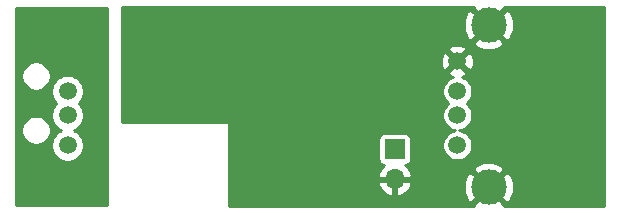
<source format=gbr>
G04 #@! TF.GenerationSoftware,KiCad,Pcbnew,(5.1.0-11-g23086decc)*
G04 #@! TF.CreationDate,2019-04-24T18:44:19+02:00*
G04 #@! TF.ProjectId,USB-EMI-Filter,5553422d-454d-4492-9d46-696c7465722e,rev?*
G04 #@! TF.SameCoordinates,Original*
G04 #@! TF.FileFunction,Copper,L2,Bot*
G04 #@! TF.FilePolarity,Positive*
%FSLAX46Y46*%
G04 Gerber Fmt 4.6, Leading zero omitted, Abs format (unit mm)*
G04 Created by KiCad (PCBNEW (5.1.0-11-g23086decc)) date 2019-04-24 18:44:19*
%MOMM*%
%LPD*%
G04 APERTURE LIST*
%ADD10R,1.700000X1.700000*%
%ADD11O,1.700000X1.700000*%
%ADD12C,3.000000*%
%ADD13C,1.500000*%
%ADD14R,3.000000X2.000000*%
%ADD15C,0.600000*%
%ADD16C,0.254000*%
G04 APERTURE END LIST*
D10*
X158700000Y-121100000D03*
D11*
X158700000Y-123640000D03*
D12*
X166670000Y-124320000D03*
X166670000Y-110600000D03*
D13*
X164000000Y-120760000D03*
X164000000Y-118220000D03*
X164000000Y-116190000D03*
X164000000Y-113650000D03*
X131000000Y-120760000D03*
X131000000Y-118220000D03*
X131000000Y-116190000D03*
X131000000Y-113650000D03*
D14*
X128330000Y-123000000D03*
X128330000Y-111300000D03*
D15*
X146500000Y-119650000D03*
X146500000Y-121650000D03*
X145300000Y-123200000D03*
X148800000Y-123100000D03*
X153900000Y-123700000D03*
X155800000Y-123700000D03*
X161600000Y-123700000D03*
X133900000Y-123200000D03*
D16*
G36*
X165357952Y-109108347D02*
G01*
X166670000Y-110420395D01*
X167982048Y-109108347D01*
X167954191Y-109052000D01*
X176448000Y-109052000D01*
X176448001Y-125948000D01*
X167914639Y-125948000D01*
X167982048Y-125811653D01*
X166670000Y-124499605D01*
X165357952Y-125811653D01*
X165425361Y-125948000D01*
X144677000Y-125948000D01*
X144677000Y-123996890D01*
X157258524Y-123996890D01*
X157303175Y-124144099D01*
X157428359Y-124406920D01*
X157602412Y-124640269D01*
X157818645Y-124835178D01*
X158068748Y-124984157D01*
X158343109Y-125081481D01*
X158573000Y-124960814D01*
X158573000Y-123767000D01*
X158827000Y-123767000D01*
X158827000Y-124960814D01*
X159056891Y-125081481D01*
X159331252Y-124984157D01*
X159581355Y-124835178D01*
X159797588Y-124640269D01*
X159971641Y-124406920D01*
X159992644Y-124362824D01*
X164525098Y-124362824D01*
X164574666Y-124780451D01*
X164704757Y-125180383D01*
X164862786Y-125476038D01*
X165178347Y-125632048D01*
X166490395Y-124320000D01*
X166849605Y-124320000D01*
X168161653Y-125632048D01*
X168477214Y-125476038D01*
X168668020Y-125101255D01*
X168782044Y-124696449D01*
X168814902Y-124277176D01*
X168765334Y-123859549D01*
X168635243Y-123459617D01*
X168477214Y-123163962D01*
X168161653Y-123007952D01*
X166849605Y-124320000D01*
X166490395Y-124320000D01*
X165178347Y-123007952D01*
X164862786Y-123163962D01*
X164671980Y-123538745D01*
X164557956Y-123943551D01*
X164525098Y-124362824D01*
X159992644Y-124362824D01*
X160096825Y-124144099D01*
X160141476Y-123996890D01*
X160020155Y-123767000D01*
X158827000Y-123767000D01*
X158573000Y-123767000D01*
X157379845Y-123767000D01*
X157258524Y-123996890D01*
X144677000Y-123996890D01*
X144677000Y-123283110D01*
X157258524Y-123283110D01*
X157379845Y-123513000D01*
X158573000Y-123513000D01*
X158573000Y-123493000D01*
X158827000Y-123493000D01*
X158827000Y-123513000D01*
X160020155Y-123513000D01*
X160141476Y-123283110D01*
X160096825Y-123135901D01*
X159971641Y-122873080D01*
X159938276Y-122828347D01*
X165357952Y-122828347D01*
X166670000Y-124140395D01*
X167982048Y-122828347D01*
X167826038Y-122512786D01*
X167451255Y-122321980D01*
X167046449Y-122207956D01*
X166627176Y-122175098D01*
X166209549Y-122224666D01*
X165809617Y-122354757D01*
X165513962Y-122512786D01*
X165357952Y-122828347D01*
X159938276Y-122828347D01*
X159797588Y-122639731D01*
X159612998Y-122473344D01*
X159653310Y-122469374D01*
X159752650Y-122439239D01*
X159844202Y-122390304D01*
X159924448Y-122324448D01*
X159990304Y-122244202D01*
X160039239Y-122152650D01*
X160069374Y-122053310D01*
X160079549Y-121950000D01*
X160079549Y-120250000D01*
X160069374Y-120146690D01*
X160039239Y-120047350D01*
X159990304Y-119955798D01*
X159924448Y-119875552D01*
X159844202Y-119809696D01*
X159752650Y-119760761D01*
X159653310Y-119730626D01*
X159550000Y-119720451D01*
X157850000Y-119720451D01*
X157746690Y-119730626D01*
X157647350Y-119760761D01*
X157555798Y-119809696D01*
X157475552Y-119875552D01*
X157409696Y-119955798D01*
X157360761Y-120047350D01*
X157330626Y-120146690D01*
X157320451Y-120250000D01*
X157320451Y-121950000D01*
X157330626Y-122053310D01*
X157360761Y-122152650D01*
X157409696Y-122244202D01*
X157475552Y-122324448D01*
X157555798Y-122390304D01*
X157647350Y-122439239D01*
X157746690Y-122469374D01*
X157787002Y-122473344D01*
X157602412Y-122639731D01*
X157428359Y-122873080D01*
X157303175Y-123135901D01*
X157258524Y-123283110D01*
X144677000Y-123283110D01*
X144677000Y-118900000D01*
X144674560Y-118875224D01*
X144667333Y-118851399D01*
X144655597Y-118829443D01*
X144639803Y-118810197D01*
X144620557Y-118794403D01*
X144598601Y-118782667D01*
X144574776Y-118775440D01*
X144550000Y-118773000D01*
X135627000Y-118773000D01*
X135627000Y-116064226D01*
X162723000Y-116064226D01*
X162723000Y-116315774D01*
X162772074Y-116562487D01*
X162868337Y-116794886D01*
X163008089Y-117004040D01*
X163185960Y-117181911D01*
X163220515Y-117205000D01*
X163185960Y-117228089D01*
X163008089Y-117405960D01*
X162868337Y-117615114D01*
X162772074Y-117847513D01*
X162723000Y-118094226D01*
X162723000Y-118345774D01*
X162772074Y-118592487D01*
X162868337Y-118824886D01*
X163008089Y-119034040D01*
X163185960Y-119211911D01*
X163395114Y-119351663D01*
X163627513Y-119447926D01*
X163839034Y-119490000D01*
X163627513Y-119532074D01*
X163395114Y-119628337D01*
X163185960Y-119768089D01*
X163008089Y-119945960D01*
X162868337Y-120155114D01*
X162772074Y-120387513D01*
X162723000Y-120634226D01*
X162723000Y-120885774D01*
X162772074Y-121132487D01*
X162868337Y-121364886D01*
X163008089Y-121574040D01*
X163185960Y-121751911D01*
X163395114Y-121891663D01*
X163627513Y-121987926D01*
X163874226Y-122037000D01*
X164125774Y-122037000D01*
X164372487Y-121987926D01*
X164604886Y-121891663D01*
X164814040Y-121751911D01*
X164991911Y-121574040D01*
X165131663Y-121364886D01*
X165227926Y-121132487D01*
X165277000Y-120885774D01*
X165277000Y-120634226D01*
X165227926Y-120387513D01*
X165131663Y-120155114D01*
X164991911Y-119945960D01*
X164814040Y-119768089D01*
X164604886Y-119628337D01*
X164372487Y-119532074D01*
X164160966Y-119490000D01*
X164372487Y-119447926D01*
X164604886Y-119351663D01*
X164814040Y-119211911D01*
X164991911Y-119034040D01*
X165131663Y-118824886D01*
X165227926Y-118592487D01*
X165277000Y-118345774D01*
X165277000Y-118094226D01*
X165227926Y-117847513D01*
X165131663Y-117615114D01*
X164991911Y-117405960D01*
X164814040Y-117228089D01*
X164779485Y-117205000D01*
X164814040Y-117181911D01*
X164991911Y-117004040D01*
X165131663Y-116794886D01*
X165227926Y-116562487D01*
X165277000Y-116315774D01*
X165277000Y-116064226D01*
X165227926Y-115817513D01*
X165131663Y-115585114D01*
X164991911Y-115375960D01*
X164814040Y-115198089D01*
X164604886Y-115058337D01*
X164405970Y-114975943D01*
X164598832Y-114906277D01*
X164711863Y-114845860D01*
X164777388Y-114606993D01*
X164000000Y-113829605D01*
X163222612Y-114606993D01*
X163288137Y-114845860D01*
X163535116Y-114961760D01*
X163593448Y-114976184D01*
X163395114Y-115058337D01*
X163185960Y-115198089D01*
X163008089Y-115375960D01*
X162868337Y-115585114D01*
X162772074Y-115817513D01*
X162723000Y-116064226D01*
X135627000Y-116064226D01*
X135627000Y-113722492D01*
X162610188Y-113722492D01*
X162651035Y-113992238D01*
X162743723Y-114248832D01*
X162804140Y-114361863D01*
X163043007Y-114427388D01*
X163820395Y-113650000D01*
X164179605Y-113650000D01*
X164956993Y-114427388D01*
X165195860Y-114361863D01*
X165311760Y-114114884D01*
X165377250Y-113850040D01*
X165389812Y-113577508D01*
X165348965Y-113307762D01*
X165256277Y-113051168D01*
X165195860Y-112938137D01*
X164956993Y-112872612D01*
X164179605Y-113650000D01*
X163820395Y-113650000D01*
X163043007Y-112872612D01*
X162804140Y-112938137D01*
X162688240Y-113185116D01*
X162622750Y-113449960D01*
X162610188Y-113722492D01*
X135627000Y-113722492D01*
X135627000Y-112693007D01*
X163222612Y-112693007D01*
X164000000Y-113470395D01*
X164777388Y-112693007D01*
X164711863Y-112454140D01*
X164464884Y-112338240D01*
X164200040Y-112272750D01*
X163927508Y-112260188D01*
X163657762Y-112301035D01*
X163401168Y-112393723D01*
X163288137Y-112454140D01*
X163222612Y-112693007D01*
X135627000Y-112693007D01*
X135627000Y-112091653D01*
X165357952Y-112091653D01*
X165513962Y-112407214D01*
X165888745Y-112598020D01*
X166293551Y-112712044D01*
X166712824Y-112744902D01*
X167130451Y-112695334D01*
X167530383Y-112565243D01*
X167826038Y-112407214D01*
X167982048Y-112091653D01*
X166670000Y-110779605D01*
X165357952Y-112091653D01*
X135627000Y-112091653D01*
X135627000Y-110642824D01*
X164525098Y-110642824D01*
X164574666Y-111060451D01*
X164704757Y-111460383D01*
X164862786Y-111756038D01*
X165178347Y-111912048D01*
X166490395Y-110600000D01*
X166849605Y-110600000D01*
X168161653Y-111912048D01*
X168477214Y-111756038D01*
X168668020Y-111381255D01*
X168782044Y-110976449D01*
X168814902Y-110557176D01*
X168765334Y-110139549D01*
X168635243Y-109739617D01*
X168477214Y-109443962D01*
X168161653Y-109287952D01*
X166849605Y-110600000D01*
X166490395Y-110600000D01*
X165178347Y-109287952D01*
X164862786Y-109443962D01*
X164671980Y-109818745D01*
X164557956Y-110223551D01*
X164525098Y-110642824D01*
X135627000Y-110642824D01*
X135627000Y-109052000D01*
X165385809Y-109052000D01*
X165357952Y-109108347D01*
X165357952Y-109108347D01*
G37*
X165357952Y-109108347D02*
X166670000Y-110420395D01*
X167982048Y-109108347D01*
X167954191Y-109052000D01*
X176448000Y-109052000D01*
X176448001Y-125948000D01*
X167914639Y-125948000D01*
X167982048Y-125811653D01*
X166670000Y-124499605D01*
X165357952Y-125811653D01*
X165425361Y-125948000D01*
X144677000Y-125948000D01*
X144677000Y-123996890D01*
X157258524Y-123996890D01*
X157303175Y-124144099D01*
X157428359Y-124406920D01*
X157602412Y-124640269D01*
X157818645Y-124835178D01*
X158068748Y-124984157D01*
X158343109Y-125081481D01*
X158573000Y-124960814D01*
X158573000Y-123767000D01*
X158827000Y-123767000D01*
X158827000Y-124960814D01*
X159056891Y-125081481D01*
X159331252Y-124984157D01*
X159581355Y-124835178D01*
X159797588Y-124640269D01*
X159971641Y-124406920D01*
X159992644Y-124362824D01*
X164525098Y-124362824D01*
X164574666Y-124780451D01*
X164704757Y-125180383D01*
X164862786Y-125476038D01*
X165178347Y-125632048D01*
X166490395Y-124320000D01*
X166849605Y-124320000D01*
X168161653Y-125632048D01*
X168477214Y-125476038D01*
X168668020Y-125101255D01*
X168782044Y-124696449D01*
X168814902Y-124277176D01*
X168765334Y-123859549D01*
X168635243Y-123459617D01*
X168477214Y-123163962D01*
X168161653Y-123007952D01*
X166849605Y-124320000D01*
X166490395Y-124320000D01*
X165178347Y-123007952D01*
X164862786Y-123163962D01*
X164671980Y-123538745D01*
X164557956Y-123943551D01*
X164525098Y-124362824D01*
X159992644Y-124362824D01*
X160096825Y-124144099D01*
X160141476Y-123996890D01*
X160020155Y-123767000D01*
X158827000Y-123767000D01*
X158573000Y-123767000D01*
X157379845Y-123767000D01*
X157258524Y-123996890D01*
X144677000Y-123996890D01*
X144677000Y-123283110D01*
X157258524Y-123283110D01*
X157379845Y-123513000D01*
X158573000Y-123513000D01*
X158573000Y-123493000D01*
X158827000Y-123493000D01*
X158827000Y-123513000D01*
X160020155Y-123513000D01*
X160141476Y-123283110D01*
X160096825Y-123135901D01*
X159971641Y-122873080D01*
X159938276Y-122828347D01*
X165357952Y-122828347D01*
X166670000Y-124140395D01*
X167982048Y-122828347D01*
X167826038Y-122512786D01*
X167451255Y-122321980D01*
X167046449Y-122207956D01*
X166627176Y-122175098D01*
X166209549Y-122224666D01*
X165809617Y-122354757D01*
X165513962Y-122512786D01*
X165357952Y-122828347D01*
X159938276Y-122828347D01*
X159797588Y-122639731D01*
X159612998Y-122473344D01*
X159653310Y-122469374D01*
X159752650Y-122439239D01*
X159844202Y-122390304D01*
X159924448Y-122324448D01*
X159990304Y-122244202D01*
X160039239Y-122152650D01*
X160069374Y-122053310D01*
X160079549Y-121950000D01*
X160079549Y-120250000D01*
X160069374Y-120146690D01*
X160039239Y-120047350D01*
X159990304Y-119955798D01*
X159924448Y-119875552D01*
X159844202Y-119809696D01*
X159752650Y-119760761D01*
X159653310Y-119730626D01*
X159550000Y-119720451D01*
X157850000Y-119720451D01*
X157746690Y-119730626D01*
X157647350Y-119760761D01*
X157555798Y-119809696D01*
X157475552Y-119875552D01*
X157409696Y-119955798D01*
X157360761Y-120047350D01*
X157330626Y-120146690D01*
X157320451Y-120250000D01*
X157320451Y-121950000D01*
X157330626Y-122053310D01*
X157360761Y-122152650D01*
X157409696Y-122244202D01*
X157475552Y-122324448D01*
X157555798Y-122390304D01*
X157647350Y-122439239D01*
X157746690Y-122469374D01*
X157787002Y-122473344D01*
X157602412Y-122639731D01*
X157428359Y-122873080D01*
X157303175Y-123135901D01*
X157258524Y-123283110D01*
X144677000Y-123283110D01*
X144677000Y-118900000D01*
X144674560Y-118875224D01*
X144667333Y-118851399D01*
X144655597Y-118829443D01*
X144639803Y-118810197D01*
X144620557Y-118794403D01*
X144598601Y-118782667D01*
X144574776Y-118775440D01*
X144550000Y-118773000D01*
X135627000Y-118773000D01*
X135627000Y-116064226D01*
X162723000Y-116064226D01*
X162723000Y-116315774D01*
X162772074Y-116562487D01*
X162868337Y-116794886D01*
X163008089Y-117004040D01*
X163185960Y-117181911D01*
X163220515Y-117205000D01*
X163185960Y-117228089D01*
X163008089Y-117405960D01*
X162868337Y-117615114D01*
X162772074Y-117847513D01*
X162723000Y-118094226D01*
X162723000Y-118345774D01*
X162772074Y-118592487D01*
X162868337Y-118824886D01*
X163008089Y-119034040D01*
X163185960Y-119211911D01*
X163395114Y-119351663D01*
X163627513Y-119447926D01*
X163839034Y-119490000D01*
X163627513Y-119532074D01*
X163395114Y-119628337D01*
X163185960Y-119768089D01*
X163008089Y-119945960D01*
X162868337Y-120155114D01*
X162772074Y-120387513D01*
X162723000Y-120634226D01*
X162723000Y-120885774D01*
X162772074Y-121132487D01*
X162868337Y-121364886D01*
X163008089Y-121574040D01*
X163185960Y-121751911D01*
X163395114Y-121891663D01*
X163627513Y-121987926D01*
X163874226Y-122037000D01*
X164125774Y-122037000D01*
X164372487Y-121987926D01*
X164604886Y-121891663D01*
X164814040Y-121751911D01*
X164991911Y-121574040D01*
X165131663Y-121364886D01*
X165227926Y-121132487D01*
X165277000Y-120885774D01*
X165277000Y-120634226D01*
X165227926Y-120387513D01*
X165131663Y-120155114D01*
X164991911Y-119945960D01*
X164814040Y-119768089D01*
X164604886Y-119628337D01*
X164372487Y-119532074D01*
X164160966Y-119490000D01*
X164372487Y-119447926D01*
X164604886Y-119351663D01*
X164814040Y-119211911D01*
X164991911Y-119034040D01*
X165131663Y-118824886D01*
X165227926Y-118592487D01*
X165277000Y-118345774D01*
X165277000Y-118094226D01*
X165227926Y-117847513D01*
X165131663Y-117615114D01*
X164991911Y-117405960D01*
X164814040Y-117228089D01*
X164779485Y-117205000D01*
X164814040Y-117181911D01*
X164991911Y-117004040D01*
X165131663Y-116794886D01*
X165227926Y-116562487D01*
X165277000Y-116315774D01*
X165277000Y-116064226D01*
X165227926Y-115817513D01*
X165131663Y-115585114D01*
X164991911Y-115375960D01*
X164814040Y-115198089D01*
X164604886Y-115058337D01*
X164405970Y-114975943D01*
X164598832Y-114906277D01*
X164711863Y-114845860D01*
X164777388Y-114606993D01*
X164000000Y-113829605D01*
X163222612Y-114606993D01*
X163288137Y-114845860D01*
X163535116Y-114961760D01*
X163593448Y-114976184D01*
X163395114Y-115058337D01*
X163185960Y-115198089D01*
X163008089Y-115375960D01*
X162868337Y-115585114D01*
X162772074Y-115817513D01*
X162723000Y-116064226D01*
X135627000Y-116064226D01*
X135627000Y-113722492D01*
X162610188Y-113722492D01*
X162651035Y-113992238D01*
X162743723Y-114248832D01*
X162804140Y-114361863D01*
X163043007Y-114427388D01*
X163820395Y-113650000D01*
X164179605Y-113650000D01*
X164956993Y-114427388D01*
X165195860Y-114361863D01*
X165311760Y-114114884D01*
X165377250Y-113850040D01*
X165389812Y-113577508D01*
X165348965Y-113307762D01*
X165256277Y-113051168D01*
X165195860Y-112938137D01*
X164956993Y-112872612D01*
X164179605Y-113650000D01*
X163820395Y-113650000D01*
X163043007Y-112872612D01*
X162804140Y-112938137D01*
X162688240Y-113185116D01*
X162622750Y-113449960D01*
X162610188Y-113722492D01*
X135627000Y-113722492D01*
X135627000Y-112693007D01*
X163222612Y-112693007D01*
X164000000Y-113470395D01*
X164777388Y-112693007D01*
X164711863Y-112454140D01*
X164464884Y-112338240D01*
X164200040Y-112272750D01*
X163927508Y-112260188D01*
X163657762Y-112301035D01*
X163401168Y-112393723D01*
X163288137Y-112454140D01*
X163222612Y-112693007D01*
X135627000Y-112693007D01*
X135627000Y-112091653D01*
X165357952Y-112091653D01*
X165513962Y-112407214D01*
X165888745Y-112598020D01*
X166293551Y-112712044D01*
X166712824Y-112744902D01*
X167130451Y-112695334D01*
X167530383Y-112565243D01*
X167826038Y-112407214D01*
X167982048Y-112091653D01*
X166670000Y-110779605D01*
X165357952Y-112091653D01*
X135627000Y-112091653D01*
X135627000Y-110642824D01*
X164525098Y-110642824D01*
X164574666Y-111060451D01*
X164704757Y-111460383D01*
X164862786Y-111756038D01*
X165178347Y-111912048D01*
X166490395Y-110600000D01*
X166849605Y-110600000D01*
X168161653Y-111912048D01*
X168477214Y-111756038D01*
X168668020Y-111381255D01*
X168782044Y-110976449D01*
X168814902Y-110557176D01*
X168765334Y-110139549D01*
X168635243Y-109739617D01*
X168477214Y-109443962D01*
X168161653Y-109287952D01*
X166849605Y-110600000D01*
X166490395Y-110600000D01*
X165178347Y-109287952D01*
X164862786Y-109443962D01*
X164671980Y-109818745D01*
X164557956Y-110223551D01*
X164525098Y-110642824D01*
X135627000Y-110642824D01*
X135627000Y-109052000D01*
X165385809Y-109052000D01*
X165357952Y-109108347D01*
G36*
X134373000Y-125840000D02*
G01*
X126660000Y-125840000D01*
X126660000Y-119378363D01*
X127095000Y-119378363D01*
X127095000Y-119621637D01*
X127142460Y-119860236D01*
X127235557Y-120084992D01*
X127370713Y-120287267D01*
X127542733Y-120459287D01*
X127745008Y-120594443D01*
X127969764Y-120687540D01*
X128208363Y-120735000D01*
X128451637Y-120735000D01*
X128690236Y-120687540D01*
X128914992Y-120594443D01*
X129117267Y-120459287D01*
X129289287Y-120287267D01*
X129424443Y-120084992D01*
X129517540Y-119860236D01*
X129565000Y-119621637D01*
X129565000Y-119378363D01*
X129517540Y-119139764D01*
X129424443Y-118915008D01*
X129289287Y-118712733D01*
X129117267Y-118540713D01*
X128914992Y-118405557D01*
X128690236Y-118312460D01*
X128451637Y-118265000D01*
X128208363Y-118265000D01*
X127969764Y-118312460D01*
X127745008Y-118405557D01*
X127542733Y-118540713D01*
X127370713Y-118712733D01*
X127235557Y-118915008D01*
X127142460Y-119139764D01*
X127095000Y-119378363D01*
X126660000Y-119378363D01*
X126660000Y-114778363D01*
X127095000Y-114778363D01*
X127095000Y-115021637D01*
X127142460Y-115260236D01*
X127235557Y-115484992D01*
X127370713Y-115687267D01*
X127542733Y-115859287D01*
X127745008Y-115994443D01*
X127969764Y-116087540D01*
X128208363Y-116135000D01*
X128451637Y-116135000D01*
X128690236Y-116087540D01*
X128772200Y-116053589D01*
X129615000Y-116053589D01*
X129615000Y-116326411D01*
X129668225Y-116593989D01*
X129772629Y-116846043D01*
X129924201Y-117072886D01*
X130056315Y-117205000D01*
X129924201Y-117337114D01*
X129772629Y-117563957D01*
X129668225Y-117816011D01*
X129615000Y-118083589D01*
X129615000Y-118356411D01*
X129668225Y-118623989D01*
X129772629Y-118876043D01*
X129924201Y-119102886D01*
X130117114Y-119295799D01*
X130343957Y-119447371D01*
X130446873Y-119490000D01*
X130343957Y-119532629D01*
X130117114Y-119684201D01*
X129924201Y-119877114D01*
X129772629Y-120103957D01*
X129668225Y-120356011D01*
X129615000Y-120623589D01*
X129615000Y-120896411D01*
X129668225Y-121163989D01*
X129772629Y-121416043D01*
X129924201Y-121642886D01*
X130117114Y-121835799D01*
X130343957Y-121987371D01*
X130596011Y-122091775D01*
X130863589Y-122145000D01*
X131136411Y-122145000D01*
X131403989Y-122091775D01*
X131656043Y-121987371D01*
X131882886Y-121835799D01*
X132075799Y-121642886D01*
X132227371Y-121416043D01*
X132331775Y-121163989D01*
X132385000Y-120896411D01*
X132385000Y-120623589D01*
X132331775Y-120356011D01*
X132227371Y-120103957D01*
X132075799Y-119877114D01*
X131882886Y-119684201D01*
X131656043Y-119532629D01*
X131553127Y-119490000D01*
X131656043Y-119447371D01*
X131882886Y-119295799D01*
X132075799Y-119102886D01*
X132227371Y-118876043D01*
X132331775Y-118623989D01*
X132385000Y-118356411D01*
X132385000Y-118083589D01*
X132331775Y-117816011D01*
X132227371Y-117563957D01*
X132075799Y-117337114D01*
X131943685Y-117205000D01*
X132075799Y-117072886D01*
X132227371Y-116846043D01*
X132331775Y-116593989D01*
X132385000Y-116326411D01*
X132385000Y-116053589D01*
X132331775Y-115786011D01*
X132227371Y-115533957D01*
X132075799Y-115307114D01*
X131882886Y-115114201D01*
X131656043Y-114962629D01*
X131403989Y-114858225D01*
X131136411Y-114805000D01*
X130863589Y-114805000D01*
X130596011Y-114858225D01*
X130343957Y-114962629D01*
X130117114Y-115114201D01*
X129924201Y-115307114D01*
X129772629Y-115533957D01*
X129668225Y-115786011D01*
X129615000Y-116053589D01*
X128772200Y-116053589D01*
X128914992Y-115994443D01*
X129117267Y-115859287D01*
X129289287Y-115687267D01*
X129424443Y-115484992D01*
X129517540Y-115260236D01*
X129565000Y-115021637D01*
X129565000Y-114778363D01*
X129517540Y-114539764D01*
X129424443Y-114315008D01*
X129289287Y-114112733D01*
X129117267Y-113940713D01*
X128914992Y-113805557D01*
X128690236Y-113712460D01*
X128451637Y-113665000D01*
X128208363Y-113665000D01*
X127969764Y-113712460D01*
X127745008Y-113805557D01*
X127542733Y-113940713D01*
X127370713Y-114112733D01*
X127235557Y-114315008D01*
X127142460Y-114539764D01*
X127095000Y-114778363D01*
X126660000Y-114778363D01*
X126660000Y-109160000D01*
X134373000Y-109160000D01*
X134373000Y-125840000D01*
X134373000Y-125840000D01*
G37*
X134373000Y-125840000D02*
X126660000Y-125840000D01*
X126660000Y-119378363D01*
X127095000Y-119378363D01*
X127095000Y-119621637D01*
X127142460Y-119860236D01*
X127235557Y-120084992D01*
X127370713Y-120287267D01*
X127542733Y-120459287D01*
X127745008Y-120594443D01*
X127969764Y-120687540D01*
X128208363Y-120735000D01*
X128451637Y-120735000D01*
X128690236Y-120687540D01*
X128914992Y-120594443D01*
X129117267Y-120459287D01*
X129289287Y-120287267D01*
X129424443Y-120084992D01*
X129517540Y-119860236D01*
X129565000Y-119621637D01*
X129565000Y-119378363D01*
X129517540Y-119139764D01*
X129424443Y-118915008D01*
X129289287Y-118712733D01*
X129117267Y-118540713D01*
X128914992Y-118405557D01*
X128690236Y-118312460D01*
X128451637Y-118265000D01*
X128208363Y-118265000D01*
X127969764Y-118312460D01*
X127745008Y-118405557D01*
X127542733Y-118540713D01*
X127370713Y-118712733D01*
X127235557Y-118915008D01*
X127142460Y-119139764D01*
X127095000Y-119378363D01*
X126660000Y-119378363D01*
X126660000Y-114778363D01*
X127095000Y-114778363D01*
X127095000Y-115021637D01*
X127142460Y-115260236D01*
X127235557Y-115484992D01*
X127370713Y-115687267D01*
X127542733Y-115859287D01*
X127745008Y-115994443D01*
X127969764Y-116087540D01*
X128208363Y-116135000D01*
X128451637Y-116135000D01*
X128690236Y-116087540D01*
X128772200Y-116053589D01*
X129615000Y-116053589D01*
X129615000Y-116326411D01*
X129668225Y-116593989D01*
X129772629Y-116846043D01*
X129924201Y-117072886D01*
X130056315Y-117205000D01*
X129924201Y-117337114D01*
X129772629Y-117563957D01*
X129668225Y-117816011D01*
X129615000Y-118083589D01*
X129615000Y-118356411D01*
X129668225Y-118623989D01*
X129772629Y-118876043D01*
X129924201Y-119102886D01*
X130117114Y-119295799D01*
X130343957Y-119447371D01*
X130446873Y-119490000D01*
X130343957Y-119532629D01*
X130117114Y-119684201D01*
X129924201Y-119877114D01*
X129772629Y-120103957D01*
X129668225Y-120356011D01*
X129615000Y-120623589D01*
X129615000Y-120896411D01*
X129668225Y-121163989D01*
X129772629Y-121416043D01*
X129924201Y-121642886D01*
X130117114Y-121835799D01*
X130343957Y-121987371D01*
X130596011Y-122091775D01*
X130863589Y-122145000D01*
X131136411Y-122145000D01*
X131403989Y-122091775D01*
X131656043Y-121987371D01*
X131882886Y-121835799D01*
X132075799Y-121642886D01*
X132227371Y-121416043D01*
X132331775Y-121163989D01*
X132385000Y-120896411D01*
X132385000Y-120623589D01*
X132331775Y-120356011D01*
X132227371Y-120103957D01*
X132075799Y-119877114D01*
X131882886Y-119684201D01*
X131656043Y-119532629D01*
X131553127Y-119490000D01*
X131656043Y-119447371D01*
X131882886Y-119295799D01*
X132075799Y-119102886D01*
X132227371Y-118876043D01*
X132331775Y-118623989D01*
X132385000Y-118356411D01*
X132385000Y-118083589D01*
X132331775Y-117816011D01*
X132227371Y-117563957D01*
X132075799Y-117337114D01*
X131943685Y-117205000D01*
X132075799Y-117072886D01*
X132227371Y-116846043D01*
X132331775Y-116593989D01*
X132385000Y-116326411D01*
X132385000Y-116053589D01*
X132331775Y-115786011D01*
X132227371Y-115533957D01*
X132075799Y-115307114D01*
X131882886Y-115114201D01*
X131656043Y-114962629D01*
X131403989Y-114858225D01*
X131136411Y-114805000D01*
X130863589Y-114805000D01*
X130596011Y-114858225D01*
X130343957Y-114962629D01*
X130117114Y-115114201D01*
X129924201Y-115307114D01*
X129772629Y-115533957D01*
X129668225Y-115786011D01*
X129615000Y-116053589D01*
X128772200Y-116053589D01*
X128914992Y-115994443D01*
X129117267Y-115859287D01*
X129289287Y-115687267D01*
X129424443Y-115484992D01*
X129517540Y-115260236D01*
X129565000Y-115021637D01*
X129565000Y-114778363D01*
X129517540Y-114539764D01*
X129424443Y-114315008D01*
X129289287Y-114112733D01*
X129117267Y-113940713D01*
X128914992Y-113805557D01*
X128690236Y-113712460D01*
X128451637Y-113665000D01*
X128208363Y-113665000D01*
X127969764Y-113712460D01*
X127745008Y-113805557D01*
X127542733Y-113940713D01*
X127370713Y-114112733D01*
X127235557Y-114315008D01*
X127142460Y-114539764D01*
X127095000Y-114778363D01*
X126660000Y-114778363D01*
X126660000Y-109160000D01*
X134373000Y-109160000D01*
X134373000Y-125840000D01*
M02*

</source>
